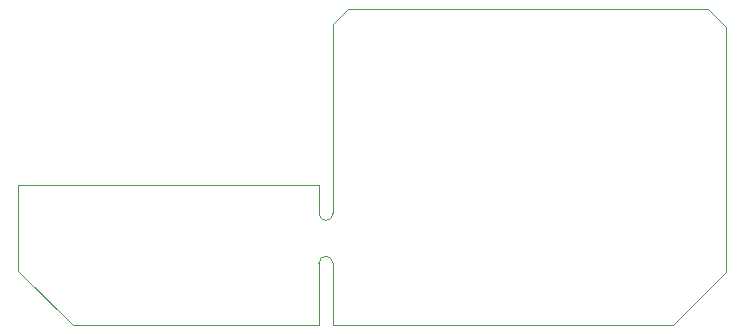
<source format=gbr>
%TF.GenerationSoftware,KiCad,Pcbnew,8.0.0-1.fc39*%
%TF.CreationDate,2024-05-22T19:24:41+02:00*%
%TF.ProjectId,radio433,72616469-6f34-4333-932e-6b696361645f,rev?*%
%TF.SameCoordinates,Original*%
%TF.FileFunction,Profile,NP*%
%FSLAX46Y46*%
G04 Gerber Fmt 4.6, Leading zero omitted, Abs format (unit mm)*
G04 Created by KiCad (PCBNEW 8.0.0-1.fc39) date 2024-05-22 19:24:41*
%MOMM*%
%LPD*%
G01*
G04 APERTURE LIST*
%TA.AperFunction,Profile*%
%ADD10C,0.100000*%
%TD*%
G04 APERTURE END LIST*
D10*
X224250000Y-79940000D02*
X225500000Y-78690000D01*
X224250000Y-96000000D02*
X224250000Y-79940000D01*
X225500000Y-78690000D02*
X255990000Y-78690000D01*
X197600000Y-93600000D02*
X197600000Y-100910000D01*
X253000000Y-105500000D02*
X257490000Y-101000000D01*
X224250000Y-96000000D02*
G75*
G02*
X223050000Y-96000000I-600000J0D01*
G01*
X202190000Y-105500000D02*
X223050000Y-105500000D01*
X253000000Y-105500000D02*
X224250000Y-105500000D01*
X224250000Y-105500000D02*
X224250000Y-100250000D01*
X223050000Y-93600000D02*
X197600000Y-93600000D01*
X255990000Y-78690000D02*
X257490000Y-80190000D01*
X257490000Y-80190000D02*
X257490000Y-101000000D01*
X223050000Y-105500000D02*
X223050000Y-100250000D01*
X223050000Y-96000000D02*
X223050000Y-93600000D01*
X223050000Y-100250000D02*
G75*
G02*
X224250000Y-100250000I600000J0D01*
G01*
X197600000Y-100910000D02*
X202190000Y-105500000D01*
M02*

</source>
